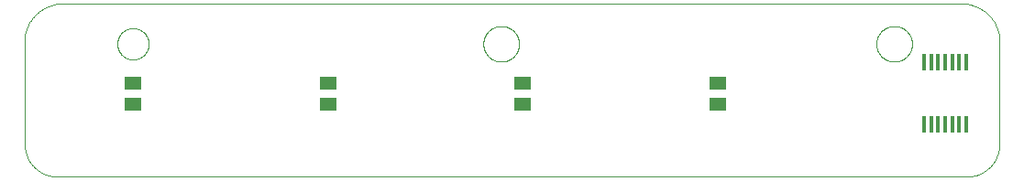
<source format=gtp>
G75*
%MOIN*%
%OFA0B0*%
%FSLAX25Y25*%
%IPPOS*%
%LPD*%
%AMOC8*
5,1,8,0,0,1.08239X$1,22.5*
%
%ADD10C,0.00000*%
%ADD11R,0.05906X0.05118*%
%ADD12R,0.01378X0.06299*%
D10*
X0021079Y0005938D02*
X0351787Y0005938D01*
X0352072Y0005941D01*
X0352358Y0005952D01*
X0352643Y0005969D01*
X0352927Y0005993D01*
X0353211Y0006024D01*
X0353494Y0006062D01*
X0353775Y0006107D01*
X0354056Y0006158D01*
X0354336Y0006216D01*
X0354614Y0006281D01*
X0354890Y0006353D01*
X0355164Y0006431D01*
X0355437Y0006516D01*
X0355707Y0006608D01*
X0355975Y0006706D01*
X0356241Y0006810D01*
X0356504Y0006921D01*
X0356764Y0007038D01*
X0357022Y0007161D01*
X0357276Y0007291D01*
X0357527Y0007427D01*
X0357775Y0007568D01*
X0358019Y0007716D01*
X0358260Y0007869D01*
X0358496Y0008029D01*
X0358729Y0008194D01*
X0358958Y0008364D01*
X0359183Y0008540D01*
X0359403Y0008722D01*
X0359619Y0008908D01*
X0359830Y0009100D01*
X0360037Y0009297D01*
X0360239Y0009499D01*
X0360436Y0009706D01*
X0360628Y0009917D01*
X0360814Y0010133D01*
X0360996Y0010353D01*
X0361172Y0010578D01*
X0361342Y0010807D01*
X0361507Y0011040D01*
X0361667Y0011276D01*
X0361820Y0011517D01*
X0361968Y0011761D01*
X0362109Y0012009D01*
X0362245Y0012260D01*
X0362375Y0012514D01*
X0362498Y0012772D01*
X0362615Y0013032D01*
X0362726Y0013295D01*
X0362830Y0013561D01*
X0362928Y0013829D01*
X0363020Y0014099D01*
X0363105Y0014372D01*
X0363183Y0014646D01*
X0363255Y0014922D01*
X0363320Y0015200D01*
X0363378Y0015480D01*
X0363429Y0015761D01*
X0363474Y0016042D01*
X0363512Y0016325D01*
X0363543Y0016609D01*
X0363567Y0016893D01*
X0363584Y0017178D01*
X0363595Y0017464D01*
X0363598Y0017749D01*
X0363598Y0053182D01*
X0363598Y0053183D02*
X0363642Y0053516D01*
X0363677Y0053851D01*
X0363704Y0054186D01*
X0363724Y0054522D01*
X0363735Y0054858D01*
X0363738Y0055194D01*
X0363733Y0055530D01*
X0363720Y0055867D01*
X0363698Y0056202D01*
X0363669Y0056537D01*
X0363631Y0056872D01*
X0363586Y0057205D01*
X0363532Y0057537D01*
X0363470Y0057868D01*
X0363401Y0058197D01*
X0363323Y0058524D01*
X0363238Y0058849D01*
X0363144Y0059172D01*
X0363043Y0059493D01*
X0362935Y0059811D01*
X0362818Y0060127D01*
X0362694Y0060440D01*
X0362563Y0060749D01*
X0362424Y0061056D01*
X0362277Y0061358D01*
X0362124Y0061658D01*
X0361963Y0061953D01*
X0361795Y0062245D01*
X0361620Y0062532D01*
X0361438Y0062815D01*
X0361250Y0063093D01*
X0361054Y0063367D01*
X0360852Y0063636D01*
X0360644Y0063900D01*
X0360430Y0064159D01*
X0360209Y0064413D01*
X0359982Y0064662D01*
X0359749Y0064904D01*
X0359511Y0065142D01*
X0359266Y0065373D01*
X0359017Y0065598D01*
X0358762Y0065817D01*
X0358501Y0066030D01*
X0358236Y0066237D01*
X0357965Y0066437D01*
X0357690Y0066631D01*
X0357411Y0066817D01*
X0357127Y0066997D01*
X0356838Y0067171D01*
X0356546Y0067337D01*
X0356249Y0067496D01*
X0355949Y0067647D01*
X0355645Y0067792D01*
X0355338Y0067929D01*
X0355028Y0068059D01*
X0354714Y0068181D01*
X0354398Y0068295D01*
X0354079Y0068402D01*
X0353758Y0068501D01*
X0353434Y0068592D01*
X0353108Y0068676D01*
X0352780Y0068751D01*
X0352451Y0068819D01*
X0352120Y0068879D01*
X0351787Y0068930D01*
X0021079Y0068930D01*
X0020746Y0068879D01*
X0020415Y0068819D01*
X0020086Y0068751D01*
X0019758Y0068676D01*
X0019432Y0068592D01*
X0019108Y0068501D01*
X0018787Y0068402D01*
X0018468Y0068295D01*
X0018152Y0068181D01*
X0017838Y0068059D01*
X0017528Y0067929D01*
X0017221Y0067792D01*
X0016917Y0067647D01*
X0016617Y0067496D01*
X0016320Y0067337D01*
X0016028Y0067171D01*
X0015739Y0066997D01*
X0015455Y0066817D01*
X0015176Y0066631D01*
X0014901Y0066437D01*
X0014630Y0066237D01*
X0014365Y0066030D01*
X0014104Y0065817D01*
X0013849Y0065598D01*
X0013600Y0065373D01*
X0013355Y0065142D01*
X0013117Y0064904D01*
X0012884Y0064662D01*
X0012657Y0064413D01*
X0012436Y0064159D01*
X0012222Y0063900D01*
X0012014Y0063636D01*
X0011812Y0063367D01*
X0011616Y0063093D01*
X0011428Y0062815D01*
X0011246Y0062532D01*
X0011071Y0062245D01*
X0010903Y0061953D01*
X0010742Y0061658D01*
X0010589Y0061358D01*
X0010442Y0061056D01*
X0010303Y0060749D01*
X0010172Y0060440D01*
X0010048Y0060127D01*
X0009931Y0059811D01*
X0009823Y0059493D01*
X0009722Y0059172D01*
X0009628Y0058849D01*
X0009543Y0058524D01*
X0009465Y0058197D01*
X0009396Y0057868D01*
X0009334Y0057537D01*
X0009280Y0057205D01*
X0009235Y0056872D01*
X0009197Y0056537D01*
X0009168Y0056202D01*
X0009146Y0055867D01*
X0009133Y0055530D01*
X0009128Y0055194D01*
X0009131Y0054858D01*
X0009142Y0054522D01*
X0009162Y0054186D01*
X0009189Y0053851D01*
X0009224Y0053516D01*
X0009268Y0053183D01*
X0009268Y0053182D02*
X0009268Y0017749D01*
X0009271Y0017464D01*
X0009282Y0017178D01*
X0009299Y0016893D01*
X0009323Y0016609D01*
X0009354Y0016325D01*
X0009392Y0016042D01*
X0009437Y0015761D01*
X0009488Y0015480D01*
X0009546Y0015200D01*
X0009611Y0014922D01*
X0009683Y0014646D01*
X0009761Y0014372D01*
X0009846Y0014099D01*
X0009938Y0013829D01*
X0010036Y0013561D01*
X0010140Y0013295D01*
X0010251Y0013032D01*
X0010368Y0012772D01*
X0010491Y0012514D01*
X0010621Y0012260D01*
X0010757Y0012009D01*
X0010898Y0011761D01*
X0011046Y0011517D01*
X0011199Y0011276D01*
X0011359Y0011040D01*
X0011524Y0010807D01*
X0011694Y0010578D01*
X0011870Y0010353D01*
X0012052Y0010133D01*
X0012238Y0009917D01*
X0012430Y0009706D01*
X0012627Y0009499D01*
X0012829Y0009297D01*
X0013036Y0009100D01*
X0013247Y0008908D01*
X0013463Y0008722D01*
X0013683Y0008540D01*
X0013908Y0008364D01*
X0014137Y0008194D01*
X0014370Y0008029D01*
X0014606Y0007869D01*
X0014847Y0007716D01*
X0015091Y0007568D01*
X0015339Y0007427D01*
X0015590Y0007291D01*
X0015844Y0007161D01*
X0016102Y0007038D01*
X0016362Y0006921D01*
X0016625Y0006810D01*
X0016891Y0006706D01*
X0017159Y0006608D01*
X0017429Y0006516D01*
X0017702Y0006431D01*
X0017976Y0006353D01*
X0018252Y0006281D01*
X0018530Y0006216D01*
X0018810Y0006158D01*
X0019091Y0006107D01*
X0019372Y0006062D01*
X0019655Y0006024D01*
X0019939Y0005993D01*
X0020223Y0005969D01*
X0020508Y0005952D01*
X0020794Y0005941D01*
X0021079Y0005938D01*
X0042929Y0054363D02*
X0042931Y0054514D01*
X0042937Y0054664D01*
X0042947Y0054815D01*
X0042961Y0054965D01*
X0042979Y0055114D01*
X0043000Y0055264D01*
X0043026Y0055412D01*
X0043056Y0055560D01*
X0043089Y0055707D01*
X0043127Y0055853D01*
X0043168Y0055998D01*
X0043213Y0056142D01*
X0043262Y0056284D01*
X0043315Y0056425D01*
X0043371Y0056565D01*
X0043431Y0056703D01*
X0043494Y0056840D01*
X0043562Y0056975D01*
X0043632Y0057108D01*
X0043706Y0057239D01*
X0043784Y0057368D01*
X0043865Y0057495D01*
X0043949Y0057620D01*
X0044037Y0057743D01*
X0044128Y0057863D01*
X0044222Y0057981D01*
X0044319Y0058096D01*
X0044419Y0058209D01*
X0044522Y0058319D01*
X0044628Y0058426D01*
X0044737Y0058531D01*
X0044848Y0058632D01*
X0044962Y0058731D01*
X0045078Y0058826D01*
X0045198Y0058919D01*
X0045319Y0059008D01*
X0045443Y0059094D01*
X0045569Y0059177D01*
X0045697Y0059256D01*
X0045827Y0059332D01*
X0045959Y0059405D01*
X0046093Y0059473D01*
X0046229Y0059539D01*
X0046367Y0059601D01*
X0046506Y0059659D01*
X0046646Y0059713D01*
X0046788Y0059764D01*
X0046931Y0059811D01*
X0047076Y0059854D01*
X0047221Y0059893D01*
X0047368Y0059929D01*
X0047515Y0059960D01*
X0047663Y0059988D01*
X0047812Y0060012D01*
X0047961Y0060032D01*
X0048111Y0060048D01*
X0048261Y0060060D01*
X0048412Y0060068D01*
X0048563Y0060072D01*
X0048713Y0060072D01*
X0048864Y0060068D01*
X0049015Y0060060D01*
X0049165Y0060048D01*
X0049315Y0060032D01*
X0049464Y0060012D01*
X0049613Y0059988D01*
X0049761Y0059960D01*
X0049908Y0059929D01*
X0050055Y0059893D01*
X0050200Y0059854D01*
X0050345Y0059811D01*
X0050488Y0059764D01*
X0050630Y0059713D01*
X0050770Y0059659D01*
X0050909Y0059601D01*
X0051047Y0059539D01*
X0051183Y0059473D01*
X0051317Y0059405D01*
X0051449Y0059332D01*
X0051579Y0059256D01*
X0051707Y0059177D01*
X0051833Y0059094D01*
X0051957Y0059008D01*
X0052078Y0058919D01*
X0052198Y0058826D01*
X0052314Y0058731D01*
X0052428Y0058632D01*
X0052539Y0058531D01*
X0052648Y0058426D01*
X0052754Y0058319D01*
X0052857Y0058209D01*
X0052957Y0058096D01*
X0053054Y0057981D01*
X0053148Y0057863D01*
X0053239Y0057743D01*
X0053327Y0057620D01*
X0053411Y0057495D01*
X0053492Y0057368D01*
X0053570Y0057239D01*
X0053644Y0057108D01*
X0053714Y0056975D01*
X0053782Y0056840D01*
X0053845Y0056703D01*
X0053905Y0056565D01*
X0053961Y0056425D01*
X0054014Y0056284D01*
X0054063Y0056142D01*
X0054108Y0055998D01*
X0054149Y0055853D01*
X0054187Y0055707D01*
X0054220Y0055560D01*
X0054250Y0055412D01*
X0054276Y0055264D01*
X0054297Y0055114D01*
X0054315Y0054965D01*
X0054329Y0054815D01*
X0054339Y0054664D01*
X0054345Y0054514D01*
X0054347Y0054363D01*
X0054345Y0054212D01*
X0054339Y0054062D01*
X0054329Y0053911D01*
X0054315Y0053761D01*
X0054297Y0053612D01*
X0054276Y0053462D01*
X0054250Y0053314D01*
X0054220Y0053166D01*
X0054187Y0053019D01*
X0054149Y0052873D01*
X0054108Y0052728D01*
X0054063Y0052584D01*
X0054014Y0052442D01*
X0053961Y0052301D01*
X0053905Y0052161D01*
X0053845Y0052023D01*
X0053782Y0051886D01*
X0053714Y0051751D01*
X0053644Y0051618D01*
X0053570Y0051487D01*
X0053492Y0051358D01*
X0053411Y0051231D01*
X0053327Y0051106D01*
X0053239Y0050983D01*
X0053148Y0050863D01*
X0053054Y0050745D01*
X0052957Y0050630D01*
X0052857Y0050517D01*
X0052754Y0050407D01*
X0052648Y0050300D01*
X0052539Y0050195D01*
X0052428Y0050094D01*
X0052314Y0049995D01*
X0052198Y0049900D01*
X0052078Y0049807D01*
X0051957Y0049718D01*
X0051833Y0049632D01*
X0051707Y0049549D01*
X0051579Y0049470D01*
X0051449Y0049394D01*
X0051317Y0049321D01*
X0051183Y0049253D01*
X0051047Y0049187D01*
X0050909Y0049125D01*
X0050770Y0049067D01*
X0050630Y0049013D01*
X0050488Y0048962D01*
X0050345Y0048915D01*
X0050200Y0048872D01*
X0050055Y0048833D01*
X0049908Y0048797D01*
X0049761Y0048766D01*
X0049613Y0048738D01*
X0049464Y0048714D01*
X0049315Y0048694D01*
X0049165Y0048678D01*
X0049015Y0048666D01*
X0048864Y0048658D01*
X0048713Y0048654D01*
X0048563Y0048654D01*
X0048412Y0048658D01*
X0048261Y0048666D01*
X0048111Y0048678D01*
X0047961Y0048694D01*
X0047812Y0048714D01*
X0047663Y0048738D01*
X0047515Y0048766D01*
X0047368Y0048797D01*
X0047221Y0048833D01*
X0047076Y0048872D01*
X0046931Y0048915D01*
X0046788Y0048962D01*
X0046646Y0049013D01*
X0046506Y0049067D01*
X0046367Y0049125D01*
X0046229Y0049187D01*
X0046093Y0049253D01*
X0045959Y0049321D01*
X0045827Y0049394D01*
X0045697Y0049470D01*
X0045569Y0049549D01*
X0045443Y0049632D01*
X0045319Y0049718D01*
X0045198Y0049807D01*
X0045078Y0049900D01*
X0044962Y0049995D01*
X0044848Y0050094D01*
X0044737Y0050195D01*
X0044628Y0050300D01*
X0044522Y0050407D01*
X0044419Y0050517D01*
X0044319Y0050630D01*
X0044222Y0050745D01*
X0044128Y0050863D01*
X0044037Y0050983D01*
X0043949Y0051106D01*
X0043865Y0051231D01*
X0043784Y0051358D01*
X0043706Y0051487D01*
X0043632Y0051618D01*
X0043562Y0051751D01*
X0043494Y0051886D01*
X0043431Y0052023D01*
X0043371Y0052161D01*
X0043315Y0052301D01*
X0043262Y0052442D01*
X0043213Y0052584D01*
X0043168Y0052728D01*
X0043127Y0052873D01*
X0043089Y0053019D01*
X0043056Y0053166D01*
X0043026Y0053314D01*
X0043000Y0053462D01*
X0042979Y0053612D01*
X0042961Y0053761D01*
X0042947Y0053911D01*
X0042937Y0054062D01*
X0042931Y0054212D01*
X0042929Y0054363D01*
X0176000Y0054363D02*
X0176002Y0054524D01*
X0176008Y0054684D01*
X0176018Y0054845D01*
X0176032Y0055005D01*
X0176050Y0055164D01*
X0176071Y0055324D01*
X0176097Y0055482D01*
X0176127Y0055640D01*
X0176160Y0055797D01*
X0176198Y0055954D01*
X0176239Y0056109D01*
X0176284Y0056263D01*
X0176333Y0056416D01*
X0176386Y0056568D01*
X0176442Y0056718D01*
X0176502Y0056867D01*
X0176566Y0057015D01*
X0176633Y0057161D01*
X0176704Y0057305D01*
X0176779Y0057447D01*
X0176857Y0057588D01*
X0176938Y0057726D01*
X0177023Y0057863D01*
X0177112Y0057997D01*
X0177203Y0058129D01*
X0177298Y0058259D01*
X0177396Y0058386D01*
X0177497Y0058511D01*
X0177601Y0058634D01*
X0177708Y0058753D01*
X0177818Y0058870D01*
X0177931Y0058985D01*
X0178047Y0059096D01*
X0178165Y0059205D01*
X0178286Y0059310D01*
X0178410Y0059413D01*
X0178536Y0059513D01*
X0178665Y0059609D01*
X0178796Y0059702D01*
X0178929Y0059792D01*
X0179064Y0059879D01*
X0179202Y0059962D01*
X0179341Y0060041D01*
X0179483Y0060118D01*
X0179626Y0060191D01*
X0179771Y0060260D01*
X0179918Y0060325D01*
X0180066Y0060387D01*
X0180216Y0060446D01*
X0180367Y0060500D01*
X0180519Y0060551D01*
X0180673Y0060598D01*
X0180828Y0060641D01*
X0180983Y0060680D01*
X0181140Y0060716D01*
X0181298Y0060748D01*
X0181456Y0060775D01*
X0181615Y0060799D01*
X0181774Y0060819D01*
X0181934Y0060835D01*
X0182095Y0060847D01*
X0182255Y0060855D01*
X0182416Y0060859D01*
X0182576Y0060859D01*
X0182737Y0060855D01*
X0182897Y0060847D01*
X0183058Y0060835D01*
X0183218Y0060819D01*
X0183377Y0060799D01*
X0183536Y0060775D01*
X0183694Y0060748D01*
X0183852Y0060716D01*
X0184009Y0060680D01*
X0184164Y0060641D01*
X0184319Y0060598D01*
X0184473Y0060551D01*
X0184625Y0060500D01*
X0184776Y0060446D01*
X0184926Y0060387D01*
X0185074Y0060325D01*
X0185221Y0060260D01*
X0185366Y0060191D01*
X0185509Y0060118D01*
X0185651Y0060041D01*
X0185790Y0059962D01*
X0185928Y0059879D01*
X0186063Y0059792D01*
X0186196Y0059702D01*
X0186327Y0059609D01*
X0186456Y0059513D01*
X0186582Y0059413D01*
X0186706Y0059310D01*
X0186827Y0059205D01*
X0186945Y0059096D01*
X0187061Y0058985D01*
X0187174Y0058870D01*
X0187284Y0058753D01*
X0187391Y0058634D01*
X0187495Y0058511D01*
X0187596Y0058386D01*
X0187694Y0058259D01*
X0187789Y0058129D01*
X0187880Y0057997D01*
X0187969Y0057863D01*
X0188054Y0057726D01*
X0188135Y0057588D01*
X0188213Y0057447D01*
X0188288Y0057305D01*
X0188359Y0057161D01*
X0188426Y0057015D01*
X0188490Y0056867D01*
X0188550Y0056718D01*
X0188606Y0056568D01*
X0188659Y0056416D01*
X0188708Y0056263D01*
X0188753Y0056109D01*
X0188794Y0055954D01*
X0188832Y0055797D01*
X0188865Y0055640D01*
X0188895Y0055482D01*
X0188921Y0055324D01*
X0188942Y0055164D01*
X0188960Y0055005D01*
X0188974Y0054845D01*
X0188984Y0054684D01*
X0188990Y0054524D01*
X0188992Y0054363D01*
X0188990Y0054202D01*
X0188984Y0054042D01*
X0188974Y0053881D01*
X0188960Y0053721D01*
X0188942Y0053562D01*
X0188921Y0053402D01*
X0188895Y0053244D01*
X0188865Y0053086D01*
X0188832Y0052929D01*
X0188794Y0052772D01*
X0188753Y0052617D01*
X0188708Y0052463D01*
X0188659Y0052310D01*
X0188606Y0052158D01*
X0188550Y0052008D01*
X0188490Y0051859D01*
X0188426Y0051711D01*
X0188359Y0051565D01*
X0188288Y0051421D01*
X0188213Y0051279D01*
X0188135Y0051138D01*
X0188054Y0051000D01*
X0187969Y0050863D01*
X0187880Y0050729D01*
X0187789Y0050597D01*
X0187694Y0050467D01*
X0187596Y0050340D01*
X0187495Y0050215D01*
X0187391Y0050092D01*
X0187284Y0049973D01*
X0187174Y0049856D01*
X0187061Y0049741D01*
X0186945Y0049630D01*
X0186827Y0049521D01*
X0186706Y0049416D01*
X0186582Y0049313D01*
X0186456Y0049213D01*
X0186327Y0049117D01*
X0186196Y0049024D01*
X0186063Y0048934D01*
X0185928Y0048847D01*
X0185790Y0048764D01*
X0185651Y0048685D01*
X0185509Y0048608D01*
X0185366Y0048535D01*
X0185221Y0048466D01*
X0185074Y0048401D01*
X0184926Y0048339D01*
X0184776Y0048280D01*
X0184625Y0048226D01*
X0184473Y0048175D01*
X0184319Y0048128D01*
X0184164Y0048085D01*
X0184009Y0048046D01*
X0183852Y0048010D01*
X0183694Y0047978D01*
X0183536Y0047951D01*
X0183377Y0047927D01*
X0183218Y0047907D01*
X0183058Y0047891D01*
X0182897Y0047879D01*
X0182737Y0047871D01*
X0182576Y0047867D01*
X0182416Y0047867D01*
X0182255Y0047871D01*
X0182095Y0047879D01*
X0181934Y0047891D01*
X0181774Y0047907D01*
X0181615Y0047927D01*
X0181456Y0047951D01*
X0181298Y0047978D01*
X0181140Y0048010D01*
X0180983Y0048046D01*
X0180828Y0048085D01*
X0180673Y0048128D01*
X0180519Y0048175D01*
X0180367Y0048226D01*
X0180216Y0048280D01*
X0180066Y0048339D01*
X0179918Y0048401D01*
X0179771Y0048466D01*
X0179626Y0048535D01*
X0179483Y0048608D01*
X0179341Y0048685D01*
X0179202Y0048764D01*
X0179064Y0048847D01*
X0178929Y0048934D01*
X0178796Y0049024D01*
X0178665Y0049117D01*
X0178536Y0049213D01*
X0178410Y0049313D01*
X0178286Y0049416D01*
X0178165Y0049521D01*
X0178047Y0049630D01*
X0177931Y0049741D01*
X0177818Y0049856D01*
X0177708Y0049973D01*
X0177601Y0050092D01*
X0177497Y0050215D01*
X0177396Y0050340D01*
X0177298Y0050467D01*
X0177203Y0050597D01*
X0177112Y0050729D01*
X0177023Y0050863D01*
X0176938Y0051000D01*
X0176857Y0051138D01*
X0176779Y0051279D01*
X0176704Y0051421D01*
X0176633Y0051565D01*
X0176566Y0051711D01*
X0176502Y0051859D01*
X0176442Y0052008D01*
X0176386Y0052158D01*
X0176333Y0052310D01*
X0176284Y0052463D01*
X0176239Y0052617D01*
X0176198Y0052772D01*
X0176160Y0052929D01*
X0176127Y0053086D01*
X0176097Y0053244D01*
X0176071Y0053402D01*
X0176050Y0053562D01*
X0176032Y0053721D01*
X0176018Y0053881D01*
X0176008Y0054042D01*
X0176002Y0054202D01*
X0176000Y0054363D01*
X0318913Y0054363D02*
X0318915Y0054524D01*
X0318921Y0054684D01*
X0318931Y0054845D01*
X0318945Y0055005D01*
X0318963Y0055164D01*
X0318984Y0055324D01*
X0319010Y0055482D01*
X0319040Y0055640D01*
X0319073Y0055797D01*
X0319111Y0055954D01*
X0319152Y0056109D01*
X0319197Y0056263D01*
X0319246Y0056416D01*
X0319299Y0056568D01*
X0319355Y0056718D01*
X0319415Y0056867D01*
X0319479Y0057015D01*
X0319546Y0057161D01*
X0319617Y0057305D01*
X0319692Y0057447D01*
X0319770Y0057588D01*
X0319851Y0057726D01*
X0319936Y0057863D01*
X0320025Y0057997D01*
X0320116Y0058129D01*
X0320211Y0058259D01*
X0320309Y0058386D01*
X0320410Y0058511D01*
X0320514Y0058634D01*
X0320621Y0058753D01*
X0320731Y0058870D01*
X0320844Y0058985D01*
X0320960Y0059096D01*
X0321078Y0059205D01*
X0321199Y0059310D01*
X0321323Y0059413D01*
X0321449Y0059513D01*
X0321578Y0059609D01*
X0321709Y0059702D01*
X0321842Y0059792D01*
X0321977Y0059879D01*
X0322115Y0059962D01*
X0322254Y0060041D01*
X0322396Y0060118D01*
X0322539Y0060191D01*
X0322684Y0060260D01*
X0322831Y0060325D01*
X0322979Y0060387D01*
X0323129Y0060446D01*
X0323280Y0060500D01*
X0323432Y0060551D01*
X0323586Y0060598D01*
X0323741Y0060641D01*
X0323896Y0060680D01*
X0324053Y0060716D01*
X0324211Y0060748D01*
X0324369Y0060775D01*
X0324528Y0060799D01*
X0324687Y0060819D01*
X0324847Y0060835D01*
X0325008Y0060847D01*
X0325168Y0060855D01*
X0325329Y0060859D01*
X0325489Y0060859D01*
X0325650Y0060855D01*
X0325810Y0060847D01*
X0325971Y0060835D01*
X0326131Y0060819D01*
X0326290Y0060799D01*
X0326449Y0060775D01*
X0326607Y0060748D01*
X0326765Y0060716D01*
X0326922Y0060680D01*
X0327077Y0060641D01*
X0327232Y0060598D01*
X0327386Y0060551D01*
X0327538Y0060500D01*
X0327689Y0060446D01*
X0327839Y0060387D01*
X0327987Y0060325D01*
X0328134Y0060260D01*
X0328279Y0060191D01*
X0328422Y0060118D01*
X0328564Y0060041D01*
X0328703Y0059962D01*
X0328841Y0059879D01*
X0328976Y0059792D01*
X0329109Y0059702D01*
X0329240Y0059609D01*
X0329369Y0059513D01*
X0329495Y0059413D01*
X0329619Y0059310D01*
X0329740Y0059205D01*
X0329858Y0059096D01*
X0329974Y0058985D01*
X0330087Y0058870D01*
X0330197Y0058753D01*
X0330304Y0058634D01*
X0330408Y0058511D01*
X0330509Y0058386D01*
X0330607Y0058259D01*
X0330702Y0058129D01*
X0330793Y0057997D01*
X0330882Y0057863D01*
X0330967Y0057726D01*
X0331048Y0057588D01*
X0331126Y0057447D01*
X0331201Y0057305D01*
X0331272Y0057161D01*
X0331339Y0057015D01*
X0331403Y0056867D01*
X0331463Y0056718D01*
X0331519Y0056568D01*
X0331572Y0056416D01*
X0331621Y0056263D01*
X0331666Y0056109D01*
X0331707Y0055954D01*
X0331745Y0055797D01*
X0331778Y0055640D01*
X0331808Y0055482D01*
X0331834Y0055324D01*
X0331855Y0055164D01*
X0331873Y0055005D01*
X0331887Y0054845D01*
X0331897Y0054684D01*
X0331903Y0054524D01*
X0331905Y0054363D01*
X0331903Y0054202D01*
X0331897Y0054042D01*
X0331887Y0053881D01*
X0331873Y0053721D01*
X0331855Y0053562D01*
X0331834Y0053402D01*
X0331808Y0053244D01*
X0331778Y0053086D01*
X0331745Y0052929D01*
X0331707Y0052772D01*
X0331666Y0052617D01*
X0331621Y0052463D01*
X0331572Y0052310D01*
X0331519Y0052158D01*
X0331463Y0052008D01*
X0331403Y0051859D01*
X0331339Y0051711D01*
X0331272Y0051565D01*
X0331201Y0051421D01*
X0331126Y0051279D01*
X0331048Y0051138D01*
X0330967Y0051000D01*
X0330882Y0050863D01*
X0330793Y0050729D01*
X0330702Y0050597D01*
X0330607Y0050467D01*
X0330509Y0050340D01*
X0330408Y0050215D01*
X0330304Y0050092D01*
X0330197Y0049973D01*
X0330087Y0049856D01*
X0329974Y0049741D01*
X0329858Y0049630D01*
X0329740Y0049521D01*
X0329619Y0049416D01*
X0329495Y0049313D01*
X0329369Y0049213D01*
X0329240Y0049117D01*
X0329109Y0049024D01*
X0328976Y0048934D01*
X0328841Y0048847D01*
X0328703Y0048764D01*
X0328564Y0048685D01*
X0328422Y0048608D01*
X0328279Y0048535D01*
X0328134Y0048466D01*
X0327987Y0048401D01*
X0327839Y0048339D01*
X0327689Y0048280D01*
X0327538Y0048226D01*
X0327386Y0048175D01*
X0327232Y0048128D01*
X0327077Y0048085D01*
X0326922Y0048046D01*
X0326765Y0048010D01*
X0326607Y0047978D01*
X0326449Y0047951D01*
X0326290Y0047927D01*
X0326131Y0047907D01*
X0325971Y0047891D01*
X0325810Y0047879D01*
X0325650Y0047871D01*
X0325489Y0047867D01*
X0325329Y0047867D01*
X0325168Y0047871D01*
X0325008Y0047879D01*
X0324847Y0047891D01*
X0324687Y0047907D01*
X0324528Y0047927D01*
X0324369Y0047951D01*
X0324211Y0047978D01*
X0324053Y0048010D01*
X0323896Y0048046D01*
X0323741Y0048085D01*
X0323586Y0048128D01*
X0323432Y0048175D01*
X0323280Y0048226D01*
X0323129Y0048280D01*
X0322979Y0048339D01*
X0322831Y0048401D01*
X0322684Y0048466D01*
X0322539Y0048535D01*
X0322396Y0048608D01*
X0322254Y0048685D01*
X0322115Y0048764D01*
X0321977Y0048847D01*
X0321842Y0048934D01*
X0321709Y0049024D01*
X0321578Y0049117D01*
X0321449Y0049213D01*
X0321323Y0049313D01*
X0321199Y0049416D01*
X0321078Y0049521D01*
X0320960Y0049630D01*
X0320844Y0049741D01*
X0320731Y0049856D01*
X0320621Y0049973D01*
X0320514Y0050092D01*
X0320410Y0050215D01*
X0320309Y0050340D01*
X0320211Y0050467D01*
X0320116Y0050597D01*
X0320025Y0050729D01*
X0319936Y0050863D01*
X0319851Y0051000D01*
X0319770Y0051138D01*
X0319692Y0051279D01*
X0319617Y0051421D01*
X0319546Y0051565D01*
X0319479Y0051711D01*
X0319415Y0051859D01*
X0319355Y0052008D01*
X0319299Y0052158D01*
X0319246Y0052310D01*
X0319197Y0052463D01*
X0319152Y0052617D01*
X0319111Y0052772D01*
X0319073Y0052929D01*
X0319040Y0053086D01*
X0319010Y0053244D01*
X0318984Y0053402D01*
X0318963Y0053562D01*
X0318945Y0053721D01*
X0318931Y0053881D01*
X0318921Y0054042D01*
X0318915Y0054202D01*
X0318913Y0054363D01*
D11*
X0261236Y0039993D03*
X0261236Y0032513D03*
X0190370Y0032513D03*
X0190370Y0039993D03*
X0119504Y0039993D03*
X0119504Y0032513D03*
X0048638Y0032513D03*
X0048638Y0039993D03*
D12*
X0336236Y0047572D03*
X0338795Y0047572D03*
X0341354Y0047572D03*
X0343913Y0047572D03*
X0346472Y0047572D03*
X0349031Y0047572D03*
X0351591Y0047572D03*
X0351591Y0024934D03*
X0349031Y0024934D03*
X0346472Y0024934D03*
X0343913Y0024934D03*
X0341354Y0024934D03*
X0338795Y0024934D03*
X0336236Y0024934D03*
M02*

</source>
